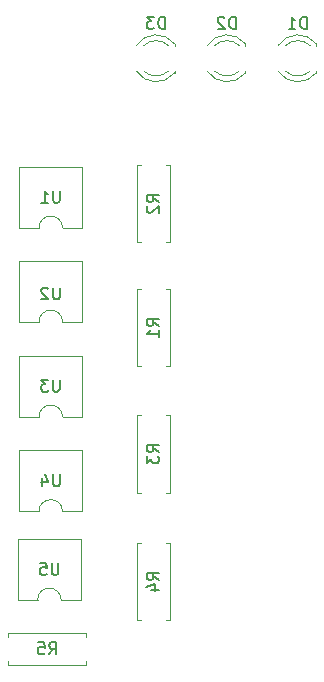
<source format=gbo>
G04 #@! TF.GenerationSoftware,KiCad,Pcbnew,8.0.6*
G04 #@! TF.CreationDate,2025-10-25T19:24:46+02:00*
G04 #@! TF.ProjectId,COSMO Adapter v1.0,434f534d-4f20-4416-9461-707465722076,rev?*
G04 #@! TF.SameCoordinates,Original*
G04 #@! TF.FileFunction,Legend,Bot*
G04 #@! TF.FilePolarity,Positive*
%FSLAX46Y46*%
G04 Gerber Fmt 4.6, Leading zero omitted, Abs format (unit mm)*
G04 Created by KiCad (PCBNEW 8.0.6) date 2025-10-25 19:24:46*
%MOMM*%
%LPD*%
G01*
G04 APERTURE LIST*
%ADD10C,0.150000*%
%ADD11C,0.120000*%
%ADD12R,1.700000X1.700000*%
%ADD13O,1.700000X1.700000*%
%ADD14C,1.600000*%
%ADD15O,1.600000X1.600000*%
%ADD16R,1.800000X1.800000*%
%ADD17C,1.800000*%
%ADD18R,1.600000X1.600000*%
G04 APERTURE END LIST*
D10*
X143166666Y-123954819D02*
X143499999Y-123478628D01*
X143738094Y-123954819D02*
X143738094Y-122954819D01*
X143738094Y-122954819D02*
X143357142Y-122954819D01*
X143357142Y-122954819D02*
X143261904Y-123002438D01*
X143261904Y-123002438D02*
X143214285Y-123050057D01*
X143214285Y-123050057D02*
X143166666Y-123145295D01*
X143166666Y-123145295D02*
X143166666Y-123288152D01*
X143166666Y-123288152D02*
X143214285Y-123383390D01*
X143214285Y-123383390D02*
X143261904Y-123431009D01*
X143261904Y-123431009D02*
X143357142Y-123478628D01*
X143357142Y-123478628D02*
X143738094Y-123478628D01*
X142261904Y-122954819D02*
X142738094Y-122954819D01*
X142738094Y-122954819D02*
X142785713Y-123431009D01*
X142785713Y-123431009D02*
X142738094Y-123383390D01*
X142738094Y-123383390D02*
X142642856Y-123335771D01*
X142642856Y-123335771D02*
X142404761Y-123335771D01*
X142404761Y-123335771D02*
X142309523Y-123383390D01*
X142309523Y-123383390D02*
X142261904Y-123431009D01*
X142261904Y-123431009D02*
X142214285Y-123526247D01*
X142214285Y-123526247D02*
X142214285Y-123764342D01*
X142214285Y-123764342D02*
X142261904Y-123859580D01*
X142261904Y-123859580D02*
X142309523Y-123907200D01*
X142309523Y-123907200D02*
X142404761Y-123954819D01*
X142404761Y-123954819D02*
X142642856Y-123954819D01*
X142642856Y-123954819D02*
X142738094Y-123907200D01*
X142738094Y-123907200D02*
X142785713Y-123859580D01*
X164968094Y-70994819D02*
X164968094Y-69994819D01*
X164968094Y-69994819D02*
X164729999Y-69994819D01*
X164729999Y-69994819D02*
X164587142Y-70042438D01*
X164587142Y-70042438D02*
X164491904Y-70137676D01*
X164491904Y-70137676D02*
X164444285Y-70232914D01*
X164444285Y-70232914D02*
X164396666Y-70423390D01*
X164396666Y-70423390D02*
X164396666Y-70566247D01*
X164396666Y-70566247D02*
X164444285Y-70756723D01*
X164444285Y-70756723D02*
X164491904Y-70851961D01*
X164491904Y-70851961D02*
X164587142Y-70947200D01*
X164587142Y-70947200D02*
X164729999Y-70994819D01*
X164729999Y-70994819D02*
X164968094Y-70994819D01*
X163444285Y-70994819D02*
X164015713Y-70994819D01*
X163729999Y-70994819D02*
X163729999Y-69994819D01*
X163729999Y-69994819D02*
X163825237Y-70137676D01*
X163825237Y-70137676D02*
X163920475Y-70232914D01*
X163920475Y-70232914D02*
X164015713Y-70280533D01*
X152454819Y-85643333D02*
X151978628Y-85310000D01*
X152454819Y-85071905D02*
X151454819Y-85071905D01*
X151454819Y-85071905D02*
X151454819Y-85452857D01*
X151454819Y-85452857D02*
X151502438Y-85548095D01*
X151502438Y-85548095D02*
X151550057Y-85595714D01*
X151550057Y-85595714D02*
X151645295Y-85643333D01*
X151645295Y-85643333D02*
X151788152Y-85643333D01*
X151788152Y-85643333D02*
X151883390Y-85595714D01*
X151883390Y-85595714D02*
X151931009Y-85548095D01*
X151931009Y-85548095D02*
X151978628Y-85452857D01*
X151978628Y-85452857D02*
X151978628Y-85071905D01*
X151550057Y-86024286D02*
X151502438Y-86071905D01*
X151502438Y-86071905D02*
X151454819Y-86167143D01*
X151454819Y-86167143D02*
X151454819Y-86405238D01*
X151454819Y-86405238D02*
X151502438Y-86500476D01*
X151502438Y-86500476D02*
X151550057Y-86548095D01*
X151550057Y-86548095D02*
X151645295Y-86595714D01*
X151645295Y-86595714D02*
X151740533Y-86595714D01*
X151740533Y-86595714D02*
X151883390Y-86548095D01*
X151883390Y-86548095D02*
X152454819Y-85976667D01*
X152454819Y-85976667D02*
X152454819Y-86595714D01*
X152454819Y-117643333D02*
X151978628Y-117310000D01*
X152454819Y-117071905D02*
X151454819Y-117071905D01*
X151454819Y-117071905D02*
X151454819Y-117452857D01*
X151454819Y-117452857D02*
X151502438Y-117548095D01*
X151502438Y-117548095D02*
X151550057Y-117595714D01*
X151550057Y-117595714D02*
X151645295Y-117643333D01*
X151645295Y-117643333D02*
X151788152Y-117643333D01*
X151788152Y-117643333D02*
X151883390Y-117595714D01*
X151883390Y-117595714D02*
X151931009Y-117548095D01*
X151931009Y-117548095D02*
X151978628Y-117452857D01*
X151978628Y-117452857D02*
X151978628Y-117071905D01*
X151788152Y-118500476D02*
X152454819Y-118500476D01*
X151407200Y-118262381D02*
X152121485Y-118024286D01*
X152121485Y-118024286D02*
X152121485Y-118643333D01*
X143951904Y-116219819D02*
X143951904Y-117029342D01*
X143951904Y-117029342D02*
X143904285Y-117124580D01*
X143904285Y-117124580D02*
X143856666Y-117172200D01*
X143856666Y-117172200D02*
X143761428Y-117219819D01*
X143761428Y-117219819D02*
X143570952Y-117219819D01*
X143570952Y-117219819D02*
X143475714Y-117172200D01*
X143475714Y-117172200D02*
X143428095Y-117124580D01*
X143428095Y-117124580D02*
X143380476Y-117029342D01*
X143380476Y-117029342D02*
X143380476Y-116219819D01*
X142428095Y-116219819D02*
X142904285Y-116219819D01*
X142904285Y-116219819D02*
X142951904Y-116696009D01*
X142951904Y-116696009D02*
X142904285Y-116648390D01*
X142904285Y-116648390D02*
X142809047Y-116600771D01*
X142809047Y-116600771D02*
X142570952Y-116600771D01*
X142570952Y-116600771D02*
X142475714Y-116648390D01*
X142475714Y-116648390D02*
X142428095Y-116696009D01*
X142428095Y-116696009D02*
X142380476Y-116791247D01*
X142380476Y-116791247D02*
X142380476Y-117029342D01*
X142380476Y-117029342D02*
X142428095Y-117124580D01*
X142428095Y-117124580D02*
X142475714Y-117172200D01*
X142475714Y-117172200D02*
X142570952Y-117219819D01*
X142570952Y-117219819D02*
X142809047Y-117219819D01*
X142809047Y-117219819D02*
X142904285Y-117172200D01*
X142904285Y-117172200D02*
X142951904Y-117124580D01*
X158968094Y-70994819D02*
X158968094Y-69994819D01*
X158968094Y-69994819D02*
X158729999Y-69994819D01*
X158729999Y-69994819D02*
X158587142Y-70042438D01*
X158587142Y-70042438D02*
X158491904Y-70137676D01*
X158491904Y-70137676D02*
X158444285Y-70232914D01*
X158444285Y-70232914D02*
X158396666Y-70423390D01*
X158396666Y-70423390D02*
X158396666Y-70566247D01*
X158396666Y-70566247D02*
X158444285Y-70756723D01*
X158444285Y-70756723D02*
X158491904Y-70851961D01*
X158491904Y-70851961D02*
X158587142Y-70947200D01*
X158587142Y-70947200D02*
X158729999Y-70994819D01*
X158729999Y-70994819D02*
X158968094Y-70994819D01*
X158015713Y-70090057D02*
X157968094Y-70042438D01*
X157968094Y-70042438D02*
X157872856Y-69994819D01*
X157872856Y-69994819D02*
X157634761Y-69994819D01*
X157634761Y-69994819D02*
X157539523Y-70042438D01*
X157539523Y-70042438D02*
X157491904Y-70090057D01*
X157491904Y-70090057D02*
X157444285Y-70185295D01*
X157444285Y-70185295D02*
X157444285Y-70280533D01*
X157444285Y-70280533D02*
X157491904Y-70423390D01*
X157491904Y-70423390D02*
X158063332Y-70994819D01*
X158063332Y-70994819D02*
X157444285Y-70994819D01*
X144071904Y-92914819D02*
X144071904Y-93724342D01*
X144071904Y-93724342D02*
X144024285Y-93819580D01*
X144024285Y-93819580D02*
X143976666Y-93867200D01*
X143976666Y-93867200D02*
X143881428Y-93914819D01*
X143881428Y-93914819D02*
X143690952Y-93914819D01*
X143690952Y-93914819D02*
X143595714Y-93867200D01*
X143595714Y-93867200D02*
X143548095Y-93819580D01*
X143548095Y-93819580D02*
X143500476Y-93724342D01*
X143500476Y-93724342D02*
X143500476Y-92914819D01*
X143071904Y-93010057D02*
X143024285Y-92962438D01*
X143024285Y-92962438D02*
X142929047Y-92914819D01*
X142929047Y-92914819D02*
X142690952Y-92914819D01*
X142690952Y-92914819D02*
X142595714Y-92962438D01*
X142595714Y-92962438D02*
X142548095Y-93010057D01*
X142548095Y-93010057D02*
X142500476Y-93105295D01*
X142500476Y-93105295D02*
X142500476Y-93200533D01*
X142500476Y-93200533D02*
X142548095Y-93343390D01*
X142548095Y-93343390D02*
X143119523Y-93914819D01*
X143119523Y-93914819D02*
X142500476Y-93914819D01*
X152968094Y-70994819D02*
X152968094Y-69994819D01*
X152968094Y-69994819D02*
X152729999Y-69994819D01*
X152729999Y-69994819D02*
X152587142Y-70042438D01*
X152587142Y-70042438D02*
X152491904Y-70137676D01*
X152491904Y-70137676D02*
X152444285Y-70232914D01*
X152444285Y-70232914D02*
X152396666Y-70423390D01*
X152396666Y-70423390D02*
X152396666Y-70566247D01*
X152396666Y-70566247D02*
X152444285Y-70756723D01*
X152444285Y-70756723D02*
X152491904Y-70851961D01*
X152491904Y-70851961D02*
X152587142Y-70947200D01*
X152587142Y-70947200D02*
X152729999Y-70994819D01*
X152729999Y-70994819D02*
X152968094Y-70994819D01*
X152063332Y-69994819D02*
X151444285Y-69994819D01*
X151444285Y-69994819D02*
X151777618Y-70375771D01*
X151777618Y-70375771D02*
X151634761Y-70375771D01*
X151634761Y-70375771D02*
X151539523Y-70423390D01*
X151539523Y-70423390D02*
X151491904Y-70471009D01*
X151491904Y-70471009D02*
X151444285Y-70566247D01*
X151444285Y-70566247D02*
X151444285Y-70804342D01*
X151444285Y-70804342D02*
X151491904Y-70899580D01*
X151491904Y-70899580D02*
X151539523Y-70947200D01*
X151539523Y-70947200D02*
X151634761Y-70994819D01*
X151634761Y-70994819D02*
X151920475Y-70994819D01*
X151920475Y-70994819D02*
X152015713Y-70947200D01*
X152015713Y-70947200D02*
X152063332Y-70899580D01*
X144071904Y-108719819D02*
X144071904Y-109529342D01*
X144071904Y-109529342D02*
X144024285Y-109624580D01*
X144024285Y-109624580D02*
X143976666Y-109672200D01*
X143976666Y-109672200D02*
X143881428Y-109719819D01*
X143881428Y-109719819D02*
X143690952Y-109719819D01*
X143690952Y-109719819D02*
X143595714Y-109672200D01*
X143595714Y-109672200D02*
X143548095Y-109624580D01*
X143548095Y-109624580D02*
X143500476Y-109529342D01*
X143500476Y-109529342D02*
X143500476Y-108719819D01*
X142595714Y-109053152D02*
X142595714Y-109719819D01*
X142833809Y-108672200D02*
X143071904Y-109386485D01*
X143071904Y-109386485D02*
X142452857Y-109386485D01*
X152454819Y-106833333D02*
X151978628Y-106500000D01*
X152454819Y-106261905D02*
X151454819Y-106261905D01*
X151454819Y-106261905D02*
X151454819Y-106642857D01*
X151454819Y-106642857D02*
X151502438Y-106738095D01*
X151502438Y-106738095D02*
X151550057Y-106785714D01*
X151550057Y-106785714D02*
X151645295Y-106833333D01*
X151645295Y-106833333D02*
X151788152Y-106833333D01*
X151788152Y-106833333D02*
X151883390Y-106785714D01*
X151883390Y-106785714D02*
X151931009Y-106738095D01*
X151931009Y-106738095D02*
X151978628Y-106642857D01*
X151978628Y-106642857D02*
X151978628Y-106261905D01*
X151454819Y-107166667D02*
X151454819Y-107785714D01*
X151454819Y-107785714D02*
X151835771Y-107452381D01*
X151835771Y-107452381D02*
X151835771Y-107595238D01*
X151835771Y-107595238D02*
X151883390Y-107690476D01*
X151883390Y-107690476D02*
X151931009Y-107738095D01*
X151931009Y-107738095D02*
X152026247Y-107785714D01*
X152026247Y-107785714D02*
X152264342Y-107785714D01*
X152264342Y-107785714D02*
X152359580Y-107738095D01*
X152359580Y-107738095D02*
X152407200Y-107690476D01*
X152407200Y-107690476D02*
X152454819Y-107595238D01*
X152454819Y-107595238D02*
X152454819Y-107309524D01*
X152454819Y-107309524D02*
X152407200Y-107214286D01*
X152407200Y-107214286D02*
X152359580Y-107166667D01*
X144061904Y-100719819D02*
X144061904Y-101529342D01*
X144061904Y-101529342D02*
X144014285Y-101624580D01*
X144014285Y-101624580D02*
X143966666Y-101672200D01*
X143966666Y-101672200D02*
X143871428Y-101719819D01*
X143871428Y-101719819D02*
X143680952Y-101719819D01*
X143680952Y-101719819D02*
X143585714Y-101672200D01*
X143585714Y-101672200D02*
X143538095Y-101624580D01*
X143538095Y-101624580D02*
X143490476Y-101529342D01*
X143490476Y-101529342D02*
X143490476Y-100719819D01*
X143109523Y-100719819D02*
X142490476Y-100719819D01*
X142490476Y-100719819D02*
X142823809Y-101100771D01*
X142823809Y-101100771D02*
X142680952Y-101100771D01*
X142680952Y-101100771D02*
X142585714Y-101148390D01*
X142585714Y-101148390D02*
X142538095Y-101196009D01*
X142538095Y-101196009D02*
X142490476Y-101291247D01*
X142490476Y-101291247D02*
X142490476Y-101529342D01*
X142490476Y-101529342D02*
X142538095Y-101624580D01*
X142538095Y-101624580D02*
X142585714Y-101672200D01*
X142585714Y-101672200D02*
X142680952Y-101719819D01*
X142680952Y-101719819D02*
X142966666Y-101719819D01*
X142966666Y-101719819D02*
X143061904Y-101672200D01*
X143061904Y-101672200D02*
X143109523Y-101624580D01*
X144071904Y-84719819D02*
X144071904Y-85529342D01*
X144071904Y-85529342D02*
X144024285Y-85624580D01*
X144024285Y-85624580D02*
X143976666Y-85672200D01*
X143976666Y-85672200D02*
X143881428Y-85719819D01*
X143881428Y-85719819D02*
X143690952Y-85719819D01*
X143690952Y-85719819D02*
X143595714Y-85672200D01*
X143595714Y-85672200D02*
X143548095Y-85624580D01*
X143548095Y-85624580D02*
X143500476Y-85529342D01*
X143500476Y-85529342D02*
X143500476Y-84719819D01*
X142500476Y-85719819D02*
X143071904Y-85719819D01*
X142786190Y-85719819D02*
X142786190Y-84719819D01*
X142786190Y-84719819D02*
X142881428Y-84862676D01*
X142881428Y-84862676D02*
X142976666Y-84957914D01*
X142976666Y-84957914D02*
X143071904Y-85005533D01*
X152454819Y-96143333D02*
X151978628Y-95810000D01*
X152454819Y-95571905D02*
X151454819Y-95571905D01*
X151454819Y-95571905D02*
X151454819Y-95952857D01*
X151454819Y-95952857D02*
X151502438Y-96048095D01*
X151502438Y-96048095D02*
X151550057Y-96095714D01*
X151550057Y-96095714D02*
X151645295Y-96143333D01*
X151645295Y-96143333D02*
X151788152Y-96143333D01*
X151788152Y-96143333D02*
X151883390Y-96095714D01*
X151883390Y-96095714D02*
X151931009Y-96048095D01*
X151931009Y-96048095D02*
X151978628Y-95952857D01*
X151978628Y-95952857D02*
X151978628Y-95571905D01*
X152454819Y-97095714D02*
X152454819Y-96524286D01*
X152454819Y-96810000D02*
X151454819Y-96810000D01*
X151454819Y-96810000D02*
X151597676Y-96714762D01*
X151597676Y-96714762D02*
X151692914Y-96619524D01*
X151692914Y-96619524D02*
X151740533Y-96524286D01*
D11*
X139730000Y-122130000D02*
X139730000Y-122460000D01*
X139730000Y-124870000D02*
X139730000Y-124540000D01*
X146270000Y-122130000D02*
X139730000Y-122130000D01*
X146270000Y-122460000D02*
X146270000Y-122130000D01*
X146270000Y-124540000D02*
X146270000Y-124870000D01*
X146270000Y-124870000D02*
X139730000Y-124870000D01*
X165790000Y-72420000D02*
X165790000Y-72264000D01*
X165790000Y-74736000D02*
X165790000Y-74580000D01*
X162557665Y-72421392D02*
G75*
G02*
X165790000Y-72264484I1672335J-1078608D01*
G01*
X163188870Y-72420163D02*
G75*
G02*
X165270961Y-72420000I1041130J-1079837D01*
G01*
X165270961Y-74580000D02*
G75*
G02*
X163188870Y-74579837I-1040961J1080000D01*
G01*
X165790000Y-74735516D02*
G75*
G02*
X162557665Y-74578608I-1560000J1235516D01*
G01*
X150630000Y-82540000D02*
X150630000Y-89080000D01*
X150630000Y-89080000D02*
X150960000Y-89080000D01*
X150960000Y-82540000D02*
X150630000Y-82540000D01*
X153040000Y-82540000D02*
X153370000Y-82540000D01*
X153370000Y-82540000D02*
X153370000Y-89080000D01*
X153370000Y-89080000D02*
X153040000Y-89080000D01*
X150630000Y-114540000D02*
X150630000Y-121080000D01*
X150630000Y-121080000D02*
X150960000Y-121080000D01*
X150960000Y-114540000D02*
X150630000Y-114540000D01*
X153040000Y-114540000D02*
X153370000Y-114540000D01*
X153370000Y-114540000D02*
X153370000Y-121080000D01*
X153370000Y-121080000D02*
X153040000Y-121080000D01*
X140540000Y-114170000D02*
X140540000Y-119370000D01*
X140540000Y-119370000D02*
X142190000Y-119370000D01*
X144190000Y-119370000D02*
X145840000Y-119370000D01*
X145840000Y-114170000D02*
X140540000Y-114170000D01*
X145840000Y-119370000D02*
X145840000Y-114170000D01*
X142190000Y-119370000D02*
G75*
G02*
X144190000Y-119370000I1000000J0D01*
G01*
X159790000Y-72420000D02*
X159790000Y-72264000D01*
X159790000Y-74736000D02*
X159790000Y-74580000D01*
X156557665Y-72421392D02*
G75*
G02*
X159790000Y-72264484I1672335J-1078608D01*
G01*
X157188870Y-72420163D02*
G75*
G02*
X159270961Y-72420000I1041130J-1079837D01*
G01*
X159270961Y-74580000D02*
G75*
G02*
X157188870Y-74579837I-1040961J1080000D01*
G01*
X159790000Y-74735516D02*
G75*
G02*
X156557665Y-74578608I-1560000J1235516D01*
G01*
X140660000Y-90630000D02*
X140660000Y-95830000D01*
X140660000Y-95830000D02*
X142310000Y-95830000D01*
X144310000Y-95830000D02*
X145960000Y-95830000D01*
X145960000Y-90630000D02*
X140660000Y-90630000D01*
X145960000Y-95830000D02*
X145960000Y-90630000D01*
X142310000Y-95830000D02*
G75*
G02*
X144310000Y-95830000I1000000J0D01*
G01*
X153790000Y-72420000D02*
X153790000Y-72264000D01*
X153790000Y-74736000D02*
X153790000Y-74580000D01*
X150557665Y-72421392D02*
G75*
G02*
X153790000Y-72264484I1672335J-1078608D01*
G01*
X151188870Y-72420163D02*
G75*
G02*
X153270961Y-72420000I1041130J-1079837D01*
G01*
X153270961Y-74580000D02*
G75*
G02*
X151188870Y-74579837I-1040961J1080000D01*
G01*
X153790000Y-74735516D02*
G75*
G02*
X150557665Y-74578608I-1560000J1235516D01*
G01*
X140660000Y-106670000D02*
X140660000Y-111870000D01*
X140660000Y-111870000D02*
X142310000Y-111870000D01*
X144310000Y-111870000D02*
X145960000Y-111870000D01*
X145960000Y-106670000D02*
X140660000Y-106670000D01*
X145960000Y-111870000D02*
X145960000Y-106670000D01*
X142310000Y-111870000D02*
G75*
G02*
X144310000Y-111870000I1000000J0D01*
G01*
X150630000Y-103730000D02*
X150630000Y-110270000D01*
X150630000Y-110270000D02*
X150960000Y-110270000D01*
X150960000Y-103730000D02*
X150630000Y-103730000D01*
X153040000Y-103730000D02*
X153370000Y-103730000D01*
X153370000Y-103730000D02*
X153370000Y-110270000D01*
X153370000Y-110270000D02*
X153040000Y-110270000D01*
X140660000Y-98670000D02*
X140660000Y-103870000D01*
X140660000Y-103870000D02*
X142310000Y-103870000D01*
X144310000Y-103870000D02*
X145960000Y-103870000D01*
X145960000Y-98670000D02*
X140660000Y-98670000D01*
X145960000Y-103870000D02*
X145960000Y-98670000D01*
X142310000Y-103870000D02*
G75*
G02*
X144310000Y-103870000I1000000J0D01*
G01*
X140660000Y-82670000D02*
X140660000Y-87870000D01*
X140660000Y-87870000D02*
X142310000Y-87870000D01*
X144310000Y-87870000D02*
X145960000Y-87870000D01*
X145960000Y-82670000D02*
X140660000Y-82670000D01*
X145960000Y-87870000D02*
X145960000Y-82670000D01*
X142310000Y-87870000D02*
G75*
G02*
X144310000Y-87870000I1000000J0D01*
G01*
X150630000Y-93040000D02*
X150630000Y-99580000D01*
X150630000Y-99580000D02*
X150960000Y-99580000D01*
X150960000Y-93040000D02*
X150630000Y-93040000D01*
X153040000Y-93040000D02*
X153370000Y-93040000D01*
X153370000Y-93040000D02*
X153370000Y-99580000D01*
X153370000Y-99580000D02*
X153040000Y-99580000D01*
%LPC*%
D12*
X166500000Y-117275000D03*
D13*
X166500000Y-114735000D03*
D14*
X163500000Y-88810000D03*
D15*
X163500000Y-81190000D03*
D12*
X166500000Y-124275000D03*
D13*
X166500000Y-121735000D03*
D14*
X134255000Y-83875000D03*
X134255000Y-91495000D03*
X134255000Y-94035000D03*
X134255000Y-101655000D03*
X159655000Y-91495000D03*
X159655000Y-88955000D03*
X159655000Y-94035000D03*
X134255000Y-88955000D03*
X134255000Y-104195000D03*
X134255000Y-106735000D03*
X134255000Y-109275000D03*
X134255000Y-116895000D03*
X134255000Y-119435000D03*
X159655000Y-101655000D03*
X159655000Y-99115000D03*
X159655000Y-96575000D03*
X159655000Y-106735000D03*
X159655000Y-104195000D03*
X159655000Y-111815000D03*
X159655000Y-109275000D03*
X159655000Y-119435000D03*
X134255000Y-86415000D03*
X159655000Y-86415000D03*
X134255000Y-111815000D03*
X134255000Y-96575000D03*
X134255000Y-114355000D03*
X134255000Y-99115000D03*
X159655000Y-83875000D03*
X159655000Y-114355000D03*
X159655000Y-116895000D03*
D12*
X166500000Y-110275000D03*
D13*
X166500000Y-107735000D03*
D12*
X166500000Y-96040000D03*
D13*
X166500000Y-93500000D03*
D12*
X141960000Y-78500000D03*
D13*
X144500000Y-78500000D03*
D14*
X170500000Y-88810000D03*
D15*
X170500000Y-81190000D03*
D12*
X166500000Y-103275000D03*
D13*
X166500000Y-100735000D03*
D14*
X167000000Y-88810000D03*
D15*
X167000000Y-81190000D03*
D14*
X139190000Y-123500000D03*
D15*
X146810000Y-123500000D03*
D16*
X165500000Y-73500000D03*
D17*
X162960000Y-73500000D03*
D14*
X152000000Y-89620000D03*
D15*
X152000000Y-82000000D03*
D14*
X152000000Y-121620000D03*
D15*
X152000000Y-114000000D03*
D18*
X139380000Y-118040000D03*
D15*
X139380000Y-115500000D03*
X147000000Y-115500000D03*
X147000000Y-118040000D03*
D16*
X159500000Y-73500000D03*
D17*
X156960000Y-73500000D03*
D18*
X139500000Y-94500000D03*
D15*
X139500000Y-91960000D03*
X147120000Y-91960000D03*
X147120000Y-94500000D03*
D16*
X153500000Y-73500000D03*
D17*
X150960000Y-73500000D03*
D18*
X139500000Y-110540000D03*
D15*
X139500000Y-108000000D03*
X147120000Y-108000000D03*
X147120000Y-110540000D03*
D14*
X152000000Y-110810000D03*
D15*
X152000000Y-103190000D03*
D18*
X139500000Y-102540000D03*
D15*
X139500000Y-100000000D03*
X147120000Y-100000000D03*
X147120000Y-102540000D03*
D18*
X139500000Y-86540000D03*
D15*
X139500000Y-84000000D03*
X147120000Y-84000000D03*
X147120000Y-86540000D03*
D14*
X152000000Y-100120000D03*
D15*
X152000000Y-92500000D03*
%LPD*%
M02*

</source>
